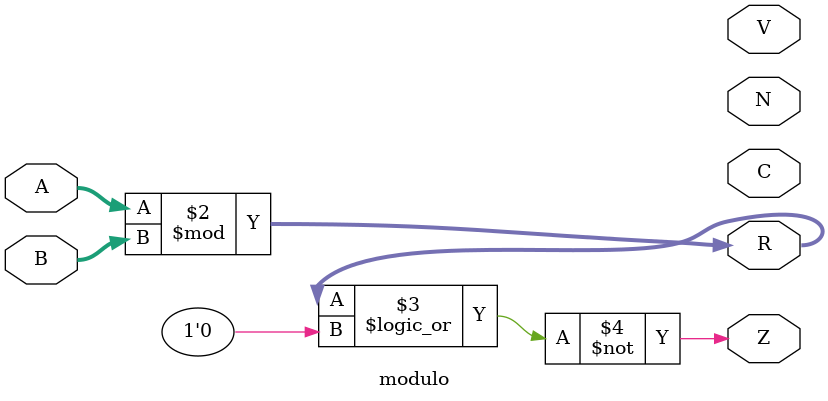
<source format=sv>
module modulo
	# (parameter M = 4)
	  (A, B, R, C, N, V, Z);

	input  logic [M-1:0] A;
	input  logic [M-1:0] B;
	
	output logic [M-1:0] R;
	output				   C;
	output					N;
	output					V;
	output					Z;
	
	always @ (A or B) begin
		
			R = A % B;
			
			Z = ~(R || '0);
		
			
	end		

endmodule

</source>
